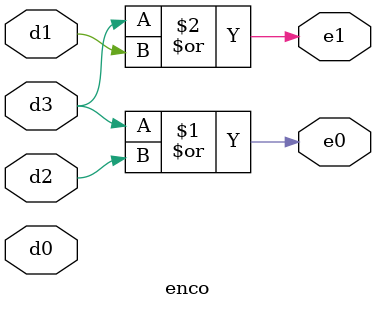
<source format=v>
`timescale 1ns / 1ps

module enco(
    input d0,d1,d2,d3,
    output e0,e1
    );
    assign e0=d3|d2;
    assign e1=d3|d1;
endmodule

</source>
